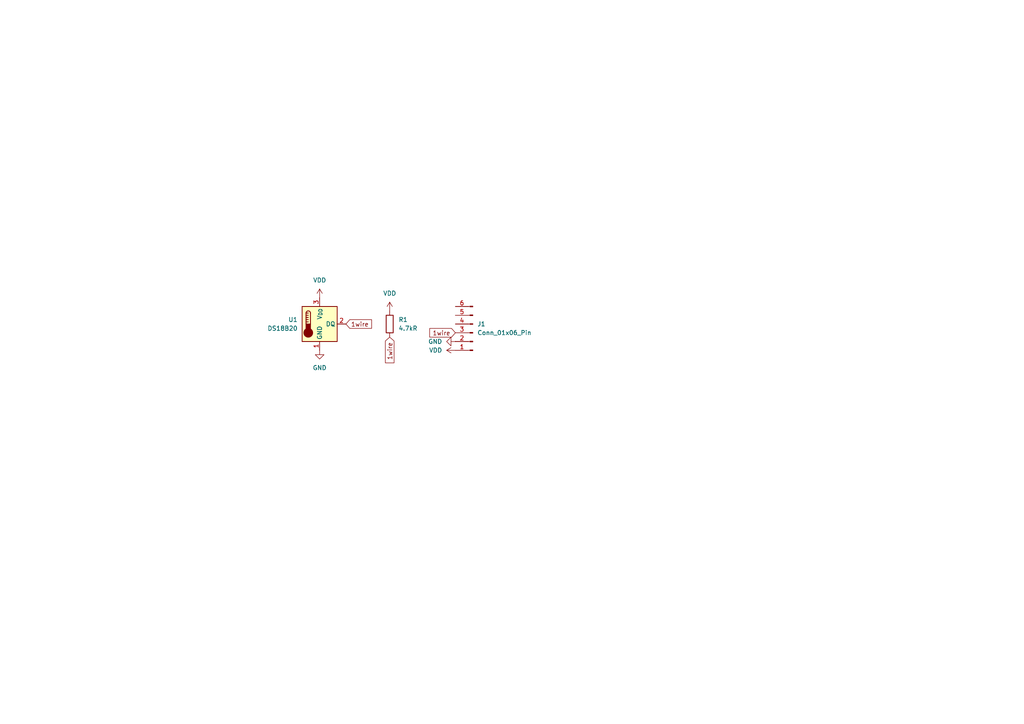
<source format=kicad_sch>
(kicad_sch
	(version 20250114)
	(generator "eeschema")
	(generator_version "9.0")
	(uuid "c7b5f5ba-a3a5-41ac-8d4c-ad3f1572fad6")
	(paper "A4")
	(lib_symbols
		(symbol "Connector:Conn_01x06_Pin"
			(pin_names
				(offset 1.016)
				(hide yes)
			)
			(exclude_from_sim no)
			(in_bom yes)
			(on_board yes)
			(property "Reference" "J"
				(at 0 7.62 0)
				(effects
					(font
						(size 1.27 1.27)
					)
				)
			)
			(property "Value" "Conn_01x06_Pin"
				(at 0 -10.16 0)
				(effects
					(font
						(size 1.27 1.27)
					)
				)
			)
			(property "Footprint" ""
				(at 0 0 0)
				(effects
					(font
						(size 1.27 1.27)
					)
					(hide yes)
				)
			)
			(property "Datasheet" "~"
				(at 0 0 0)
				(effects
					(font
						(size 1.27 1.27)
					)
					(hide yes)
				)
			)
			(property "Description" "Generic connector, single row, 01x06, script generated"
				(at 0 0 0)
				(effects
					(font
						(size 1.27 1.27)
					)
					(hide yes)
				)
			)
			(property "ki_locked" ""
				(at 0 0 0)
				(effects
					(font
						(size 1.27 1.27)
					)
				)
			)
			(property "ki_keywords" "connector"
				(at 0 0 0)
				(effects
					(font
						(size 1.27 1.27)
					)
					(hide yes)
				)
			)
			(property "ki_fp_filters" "Connector*:*_1x??_*"
				(at 0 0 0)
				(effects
					(font
						(size 1.27 1.27)
					)
					(hide yes)
				)
			)
			(symbol "Conn_01x06_Pin_1_1"
				(rectangle
					(start 0.8636 5.207)
					(end 0 4.953)
					(stroke
						(width 0.1524)
						(type default)
					)
					(fill
						(type outline)
					)
				)
				(rectangle
					(start 0.8636 2.667)
					(end 0 2.413)
					(stroke
						(width 0.1524)
						(type default)
					)
					(fill
						(type outline)
					)
				)
				(rectangle
					(start 0.8636 0.127)
					(end 0 -0.127)
					(stroke
						(width 0.1524)
						(type default)
					)
					(fill
						(type outline)
					)
				)
				(rectangle
					(start 0.8636 -2.413)
					(end 0 -2.667)
					(stroke
						(width 0.1524)
						(type default)
					)
					(fill
						(type outline)
					)
				)
				(rectangle
					(start 0.8636 -4.953)
					(end 0 -5.207)
					(stroke
						(width 0.1524)
						(type default)
					)
					(fill
						(type outline)
					)
				)
				(rectangle
					(start 0.8636 -7.493)
					(end 0 -7.747)
					(stroke
						(width 0.1524)
						(type default)
					)
					(fill
						(type outline)
					)
				)
				(polyline
					(pts
						(xy 1.27 5.08) (xy 0.8636 5.08)
					)
					(stroke
						(width 0.1524)
						(type default)
					)
					(fill
						(type none)
					)
				)
				(polyline
					(pts
						(xy 1.27 2.54) (xy 0.8636 2.54)
					)
					(stroke
						(width 0.1524)
						(type default)
					)
					(fill
						(type none)
					)
				)
				(polyline
					(pts
						(xy 1.27 0) (xy 0.8636 0)
					)
					(stroke
						(width 0.1524)
						(type default)
					)
					(fill
						(type none)
					)
				)
				(polyline
					(pts
						(xy 1.27 -2.54) (xy 0.8636 -2.54)
					)
					(stroke
						(width 0.1524)
						(type default)
					)
					(fill
						(type none)
					)
				)
				(polyline
					(pts
						(xy 1.27 -5.08) (xy 0.8636 -5.08)
					)
					(stroke
						(width 0.1524)
						(type default)
					)
					(fill
						(type none)
					)
				)
				(polyline
					(pts
						(xy 1.27 -7.62) (xy 0.8636 -7.62)
					)
					(stroke
						(width 0.1524)
						(type default)
					)
					(fill
						(type none)
					)
				)
				(pin passive line
					(at 5.08 5.08 180)
					(length 3.81)
					(name "Pin_1"
						(effects
							(font
								(size 1.27 1.27)
							)
						)
					)
					(number "1"
						(effects
							(font
								(size 1.27 1.27)
							)
						)
					)
				)
				(pin passive line
					(at 5.08 2.54 180)
					(length 3.81)
					(name "Pin_2"
						(effects
							(font
								(size 1.27 1.27)
							)
						)
					)
					(number "2"
						(effects
							(font
								(size 1.27 1.27)
							)
						)
					)
				)
				(pin passive line
					(at 5.08 0 180)
					(length 3.81)
					(name "Pin_3"
						(effects
							(font
								(size 1.27 1.27)
							)
						)
					)
					(number "3"
						(effects
							(font
								(size 1.27 1.27)
							)
						)
					)
				)
				(pin passive line
					(at 5.08 -2.54 180)
					(length 3.81)
					(name "Pin_4"
						(effects
							(font
								(size 1.27 1.27)
							)
						)
					)
					(number "4"
						(effects
							(font
								(size 1.27 1.27)
							)
						)
					)
				)
				(pin passive line
					(at 5.08 -5.08 180)
					(length 3.81)
					(name "Pin_5"
						(effects
							(font
								(size 1.27 1.27)
							)
						)
					)
					(number "5"
						(effects
							(font
								(size 1.27 1.27)
							)
						)
					)
				)
				(pin passive line
					(at 5.08 -7.62 180)
					(length 3.81)
					(name "Pin_6"
						(effects
							(font
								(size 1.27 1.27)
							)
						)
					)
					(number "6"
						(effects
							(font
								(size 1.27 1.27)
							)
						)
					)
				)
			)
			(embedded_fonts no)
		)
		(symbol "Device:R"
			(pin_numbers
				(hide yes)
			)
			(pin_names
				(offset 0)
			)
			(exclude_from_sim no)
			(in_bom yes)
			(on_board yes)
			(property "Reference" "R"
				(at 2.032 0 90)
				(effects
					(font
						(size 1.27 1.27)
					)
				)
			)
			(property "Value" "R"
				(at 0 0 90)
				(effects
					(font
						(size 1.27 1.27)
					)
				)
			)
			(property "Footprint" ""
				(at -1.778 0 90)
				(effects
					(font
						(size 1.27 1.27)
					)
					(hide yes)
				)
			)
			(property "Datasheet" "~"
				(at 0 0 0)
				(effects
					(font
						(size 1.27 1.27)
					)
					(hide yes)
				)
			)
			(property "Description" "Resistor"
				(at 0 0 0)
				(effects
					(font
						(size 1.27 1.27)
					)
					(hide yes)
				)
			)
			(property "ki_keywords" "R res resistor"
				(at 0 0 0)
				(effects
					(font
						(size 1.27 1.27)
					)
					(hide yes)
				)
			)
			(property "ki_fp_filters" "R_*"
				(at 0 0 0)
				(effects
					(font
						(size 1.27 1.27)
					)
					(hide yes)
				)
			)
			(symbol "R_0_1"
				(rectangle
					(start -1.016 -2.54)
					(end 1.016 2.54)
					(stroke
						(width 0.254)
						(type default)
					)
					(fill
						(type none)
					)
				)
			)
			(symbol "R_1_1"
				(pin passive line
					(at 0 3.81 270)
					(length 1.27)
					(name "~"
						(effects
							(font
								(size 1.27 1.27)
							)
						)
					)
					(number "1"
						(effects
							(font
								(size 1.27 1.27)
							)
						)
					)
				)
				(pin passive line
					(at 0 -3.81 90)
					(length 1.27)
					(name "~"
						(effects
							(font
								(size 1.27 1.27)
							)
						)
					)
					(number "2"
						(effects
							(font
								(size 1.27 1.27)
							)
						)
					)
				)
			)
			(embedded_fonts no)
		)
		(symbol "Sensor_Temperature:DS18B20"
			(exclude_from_sim no)
			(in_bom yes)
			(on_board yes)
			(property "Reference" "U"
				(at -3.81 6.35 0)
				(effects
					(font
						(size 1.27 1.27)
					)
				)
			)
			(property "Value" "DS18B20"
				(at 6.35 6.35 0)
				(effects
					(font
						(size 1.27 1.27)
					)
				)
			)
			(property "Footprint" "Package_TO_SOT_THT:TO-92_Inline"
				(at -25.4 -6.35 0)
				(effects
					(font
						(size 1.27 1.27)
					)
					(hide yes)
				)
			)
			(property "Datasheet" "http://datasheets.maximintegrated.com/en/ds/DS18B20.pdf"
				(at -3.81 6.35 0)
				(effects
					(font
						(size 1.27 1.27)
					)
					(hide yes)
				)
			)
			(property "Description" "Programmable Resolution 1-Wire Digital Thermometer TO-92"
				(at 0 0 0)
				(effects
					(font
						(size 1.27 1.27)
					)
					(hide yes)
				)
			)
			(property "ki_keywords" "OneWire 1Wire Dallas Maxim"
				(at 0 0 0)
				(effects
					(font
						(size 1.27 1.27)
					)
					(hide yes)
				)
			)
			(property "ki_fp_filters" "TO*92*"
				(at 0 0 0)
				(effects
					(font
						(size 1.27 1.27)
					)
					(hide yes)
				)
			)
			(symbol "DS18B20_0_1"
				(rectangle
					(start -5.08 5.08)
					(end 5.08 -5.08)
					(stroke
						(width 0.254)
						(type default)
					)
					(fill
						(type background)
					)
				)
				(polyline
					(pts
						(xy -3.937 3.175) (xy -3.937 0)
					)
					(stroke
						(width 0.254)
						(type default)
					)
					(fill
						(type none)
					)
				)
				(polyline
					(pts
						(xy -3.937 3.175) (xy -3.302 3.175)
					)
					(stroke
						(width 0.254)
						(type default)
					)
					(fill
						(type none)
					)
				)
				(polyline
					(pts
						(xy -3.937 2.54) (xy -3.302 2.54)
					)
					(stroke
						(width 0.254)
						(type default)
					)
					(fill
						(type none)
					)
				)
				(polyline
					(pts
						(xy -3.937 1.905) (xy -3.302 1.905)
					)
					(stroke
						(width 0.254)
						(type default)
					)
					(fill
						(type none)
					)
				)
				(polyline
					(pts
						(xy -3.937 1.27) (xy -3.302 1.27)
					)
					(stroke
						(width 0.254)
						(type default)
					)
					(fill
						(type none)
					)
				)
				(polyline
					(pts
						(xy -3.937 0.635) (xy -3.302 0.635)
					)
					(stroke
						(width 0.254)
						(type default)
					)
					(fill
						(type none)
					)
				)
				(arc
					(start -3.937 3.175)
					(mid -3.302 3.8073)
					(end -2.667 3.175)
					(stroke
						(width 0.254)
						(type default)
					)
					(fill
						(type none)
					)
				)
				(circle
					(center -3.302 -2.54)
					(radius 1.27)
					(stroke
						(width 0.254)
						(type default)
					)
					(fill
						(type outline)
					)
				)
				(polyline
					(pts
						(xy -2.667 3.175) (xy -2.667 0)
					)
					(stroke
						(width 0.254)
						(type default)
					)
					(fill
						(type none)
					)
				)
				(rectangle
					(start -2.667 -1.905)
					(end -3.937 0)
					(stroke
						(width 0.254)
						(type default)
					)
					(fill
						(type outline)
					)
				)
			)
			(symbol "DS18B20_1_1"
				(pin power_in line
					(at 0 7.62 270)
					(length 2.54)
					(name "V_{DD}"
						(effects
							(font
								(size 1.27 1.27)
							)
						)
					)
					(number "3"
						(effects
							(font
								(size 1.27 1.27)
							)
						)
					)
				)
				(pin power_in line
					(at 0 -7.62 90)
					(length 2.54)
					(name "GND"
						(effects
							(font
								(size 1.27 1.27)
							)
						)
					)
					(number "1"
						(effects
							(font
								(size 1.27 1.27)
							)
						)
					)
				)
				(pin bidirectional line
					(at 7.62 0 180)
					(length 2.54)
					(name "DQ"
						(effects
							(font
								(size 1.27 1.27)
							)
						)
					)
					(number "2"
						(effects
							(font
								(size 1.27 1.27)
							)
						)
					)
				)
			)
			(embedded_fonts no)
		)
		(symbol "power:GND"
			(power)
			(pin_numbers
				(hide yes)
			)
			(pin_names
				(offset 0)
				(hide yes)
			)
			(exclude_from_sim no)
			(in_bom yes)
			(on_board yes)
			(property "Reference" "#PWR"
				(at 0 -6.35 0)
				(effects
					(font
						(size 1.27 1.27)
					)
					(hide yes)
				)
			)
			(property "Value" "GND"
				(at 0 -3.81 0)
				(effects
					(font
						(size 1.27 1.27)
					)
				)
			)
			(property "Footprint" ""
				(at 0 0 0)
				(effects
					(font
						(size 1.27 1.27)
					)
					(hide yes)
				)
			)
			(property "Datasheet" ""
				(at 0 0 0)
				(effects
					(font
						(size 1.27 1.27)
					)
					(hide yes)
				)
			)
			(property "Description" "Power symbol creates a global label with name \"GND\" , ground"
				(at 0 0 0)
				(effects
					(font
						(size 1.27 1.27)
					)
					(hide yes)
				)
			)
			(property "ki_keywords" "global power"
				(at 0 0 0)
				(effects
					(font
						(size 1.27 1.27)
					)
					(hide yes)
				)
			)
			(symbol "GND_0_1"
				(polyline
					(pts
						(xy 0 0) (xy 0 -1.27) (xy 1.27 -1.27) (xy 0 -2.54) (xy -1.27 -1.27) (xy 0 -1.27)
					)
					(stroke
						(width 0)
						(type default)
					)
					(fill
						(type none)
					)
				)
			)
			(symbol "GND_1_1"
				(pin power_in line
					(at 0 0 270)
					(length 0)
					(name "~"
						(effects
							(font
								(size 1.27 1.27)
							)
						)
					)
					(number "1"
						(effects
							(font
								(size 1.27 1.27)
							)
						)
					)
				)
			)
			(embedded_fonts no)
		)
		(symbol "power:VDD"
			(power)
			(pin_numbers
				(hide yes)
			)
			(pin_names
				(offset 0)
				(hide yes)
			)
			(exclude_from_sim no)
			(in_bom yes)
			(on_board yes)
			(property "Reference" "#PWR"
				(at 0 -3.81 0)
				(effects
					(font
						(size 1.27 1.27)
					)
					(hide yes)
				)
			)
			(property "Value" "VDD"
				(at 0 3.556 0)
				(effects
					(font
						(size 1.27 1.27)
					)
				)
			)
			(property "Footprint" ""
				(at 0 0 0)
				(effects
					(font
						(size 1.27 1.27)
					)
					(hide yes)
				)
			)
			(property "Datasheet" ""
				(at 0 0 0)
				(effects
					(font
						(size 1.27 1.27)
					)
					(hide yes)
				)
			)
			(property "Description" "Power symbol creates a global label with name \"VDD\""
				(at 0 0 0)
				(effects
					(font
						(size 1.27 1.27)
					)
					(hide yes)
				)
			)
			(property "ki_keywords" "global power"
				(at 0 0 0)
				(effects
					(font
						(size 1.27 1.27)
					)
					(hide yes)
				)
			)
			(symbol "VDD_0_1"
				(polyline
					(pts
						(xy -0.762 1.27) (xy 0 2.54)
					)
					(stroke
						(width 0)
						(type default)
					)
					(fill
						(type none)
					)
				)
				(polyline
					(pts
						(xy 0 2.54) (xy 0.762 1.27)
					)
					(stroke
						(width 0)
						(type default)
					)
					(fill
						(type none)
					)
				)
				(polyline
					(pts
						(xy 0 0) (xy 0 2.54)
					)
					(stroke
						(width 0)
						(type default)
					)
					(fill
						(type none)
					)
				)
			)
			(symbol "VDD_1_1"
				(pin power_in line
					(at 0 0 90)
					(length 0)
					(name "~"
						(effects
							(font
								(size 1.27 1.27)
							)
						)
					)
					(number "1"
						(effects
							(font
								(size 1.27 1.27)
							)
						)
					)
				)
			)
			(embedded_fonts no)
		)
	)
	(global_label "1wire"
		(shape input)
		(at 132.08 96.52 180)
		(fields_autoplaced yes)
		(effects
			(font
				(size 1.27 1.27)
			)
			(justify right)
		)
		(uuid "26a9ddc0-4175-4109-9abc-76f336db9f34")
		(property "Intersheetrefs" "${INTERSHEET_REFS}"
			(at 124.0752 96.52 0)
			(effects
				(font
					(size 1.27 1.27)
				)
				(justify right)
				(hide yes)
			)
		)
	)
	(global_label "1wire"
		(shape input)
		(at 100.33 93.98 0)
		(fields_autoplaced yes)
		(effects
			(font
				(size 1.27 1.27)
			)
			(justify left)
		)
		(uuid "a0368034-d57b-4118-8553-aa6fc9930f1c")
		(property "Intersheetrefs" "${INTERSHEET_REFS}"
			(at 108.3348 93.98 0)
			(effects
				(font
					(size 1.27 1.27)
				)
				(justify left)
				(hide yes)
			)
		)
	)
	(global_label "1wire"
		(shape input)
		(at 113.03 97.79 270)
		(fields_autoplaced yes)
		(effects
			(font
				(size 1.27 1.27)
			)
			(justify right)
		)
		(uuid "d2ec496d-34b3-496c-bca4-d765b7a84ba0")
		(property "Intersheetrefs" "${INTERSHEET_REFS}"
			(at 113.03 105.7948 90)
			(effects
				(font
					(size 1.27 1.27)
				)
				(justify right)
				(hide yes)
			)
		)
	)
	(symbol
		(lib_id "power:VDD")
		(at 113.03 90.17 0)
		(unit 1)
		(exclude_from_sim no)
		(in_bom yes)
		(on_board yes)
		(dnp no)
		(fields_autoplaced yes)
		(uuid "236f689a-1e9c-4404-984e-8a3d3aa59b78")
		(property "Reference" "#PWR03"
			(at 113.03 93.98 0)
			(effects
				(font
					(size 1.27 1.27)
				)
				(hide yes)
			)
		)
		(property "Value" "VDD"
			(at 113.03 85.09 0)
			(effects
				(font
					(size 1.27 1.27)
				)
			)
		)
		(property "Footprint" ""
			(at 113.03 90.17 0)
			(effects
				(font
					(size 1.27 1.27)
				)
				(hide yes)
			)
		)
		(property "Datasheet" ""
			(at 113.03 90.17 0)
			(effects
				(font
					(size 1.27 1.27)
				)
				(hide yes)
			)
		)
		(property "Description" "Power symbol creates a global label with name \"VDD\""
			(at 113.03 90.17 0)
			(effects
				(font
					(size 1.27 1.27)
				)
				(hide yes)
			)
		)
		(pin "1"
			(uuid "0f7649f3-a44d-4df2-a59b-83f350b61861")
		)
		(instances
			(project "thermometer"
				(path "/c7b5f5ba-a3a5-41ac-8d4c-ad3f1572fad6"
					(reference "#PWR03")
					(unit 1)
				)
			)
		)
	)
	(symbol
		(lib_id "Connector:Conn_01x06_Pin")
		(at 137.16 96.52 180)
		(unit 1)
		(exclude_from_sim no)
		(in_bom yes)
		(on_board yes)
		(dnp no)
		(fields_autoplaced yes)
		(uuid "4059626d-f4ca-4fd8-a2d3-ed5fd32022bc")
		(property "Reference" "J1"
			(at 138.43 93.9799 0)
			(effects
				(font
					(size 1.27 1.27)
				)
				(justify right)
			)
		)
		(property "Value" "Conn_01x06_Pin"
			(at 138.43 96.5199 0)
			(effects
				(font
					(size 1.27 1.27)
				)
				(justify right)
			)
		)
		(property "Footprint" "Connector_PinHeader_2.54mm:PinHeader_1x06_P2.54mm_Horizontal"
			(at 137.16 96.52 0)
			(effects
				(font
					(size 1.27 1.27)
				)
				(hide yes)
			)
		)
		(property "Datasheet" "~"
			(at 137.16 96.52 0)
			(effects
				(font
					(size 1.27 1.27)
				)
				(hide yes)
			)
		)
		(property "Description" "Generic connector, single row, 01x06, script generated"
			(at 137.16 96.52 0)
			(effects
				(font
					(size 1.27 1.27)
				)
				(hide yes)
			)
		)
		(pin "4"
			(uuid "6b4d2d2b-7404-4724-969e-f2d4dbba74ec")
		)
		(pin "2"
			(uuid "7aab5ddb-7d6d-48f9-bdcc-0c150488d28e")
		)
		(pin "1"
			(uuid "4155a911-0b7f-4a52-9f7c-b8a278a959b8")
		)
		(pin "3"
			(uuid "ab69d942-060e-4027-b935-a1fcef201c21")
		)
		(pin "5"
			(uuid "76083cdd-9541-4c4d-ab85-9498ac959b59")
		)
		(pin "6"
			(uuid "50b141bb-5280-44f2-a913-cf7b65846842")
		)
		(instances
			(project ""
				(path "/c7b5f5ba-a3a5-41ac-8d4c-ad3f1572fad6"
					(reference "J1")
					(unit 1)
				)
			)
		)
	)
	(symbol
		(lib_id "Sensor_Temperature:DS18B20")
		(at 92.71 93.98 0)
		(unit 1)
		(exclude_from_sim no)
		(in_bom yes)
		(on_board yes)
		(dnp no)
		(fields_autoplaced yes)
		(uuid "781c0e29-9e83-44ad-97c7-b15ccd415d7f")
		(property "Reference" "U1"
			(at 86.36 92.7099 0)
			(effects
				(font
					(size 1.27 1.27)
				)
				(justify right)
			)
		)
		(property "Value" "DS18B20"
			(at 86.36 95.2499 0)
			(effects
				(font
					(size 1.27 1.27)
				)
				(justify right)
			)
		)
		(property "Footprint" "Package_TO_SOT_THT:TO-92_Inline_W4.0mm_Horizontal_FlatSideDown"
			(at 67.31 100.33 0)
			(effects
				(font
					(size 1.27 1.27)
				)
				(hide yes)
			)
		)
		(property "Datasheet" "http://datasheets.maximintegrated.com/en/ds/DS18B20.pdf"
			(at 88.9 87.63 0)
			(effects
				(font
					(size 1.27 1.27)
				)
				(hide yes)
			)
		)
		(property "Description" "Programmable Resolution 1-Wire Digital Thermometer TO-92"
			(at 92.71 93.98 0)
			(effects
				(font
					(size 1.27 1.27)
				)
				(hide yes)
			)
		)
		(pin "3"
			(uuid "e1a98b41-50b0-4df7-a664-443f1a8a99b9")
		)
		(pin "1"
			(uuid "cfa2888e-cf77-45a2-a4c2-f2465505d78f")
		)
		(pin "2"
			(uuid "358ccf30-a615-48ec-ad48-243a961d0795")
		)
		(instances
			(project ""
				(path "/c7b5f5ba-a3a5-41ac-8d4c-ad3f1572fad6"
					(reference "U1")
					(unit 1)
				)
			)
		)
	)
	(symbol
		(lib_id "power:VDD")
		(at 92.71 86.36 0)
		(unit 1)
		(exclude_from_sim no)
		(in_bom yes)
		(on_board yes)
		(dnp no)
		(fields_autoplaced yes)
		(uuid "81d3b3ef-f661-44b2-b3b9-54b552eb1601")
		(property "Reference" "#PWR01"
			(at 92.71 90.17 0)
			(effects
				(font
					(size 1.27 1.27)
				)
				(hide yes)
			)
		)
		(property "Value" "VDD"
			(at 92.71 81.28 0)
			(effects
				(font
					(size 1.27 1.27)
				)
			)
		)
		(property "Footprint" ""
			(at 92.71 86.36 0)
			(effects
				(font
					(size 1.27 1.27)
				)
				(hide yes)
			)
		)
		(property "Datasheet" ""
			(at 92.71 86.36 0)
			(effects
				(font
					(size 1.27 1.27)
				)
				(hide yes)
			)
		)
		(property "Description" "Power symbol creates a global label with name \"VDD\""
			(at 92.71 86.36 0)
			(effects
				(font
					(size 1.27 1.27)
				)
				(hide yes)
			)
		)
		(pin "1"
			(uuid "f1580a1c-6778-47e0-8849-fd0b5582b2d2")
		)
		(instances
			(project ""
				(path "/c7b5f5ba-a3a5-41ac-8d4c-ad3f1572fad6"
					(reference "#PWR01")
					(unit 1)
				)
			)
		)
	)
	(symbol
		(lib_id "power:GND")
		(at 92.71 101.6 0)
		(unit 1)
		(exclude_from_sim no)
		(in_bom yes)
		(on_board yes)
		(dnp no)
		(fields_autoplaced yes)
		(uuid "8f356d7a-1069-4eea-9c1c-c65e3768cc64")
		(property "Reference" "#PWR02"
			(at 92.71 107.95 0)
			(effects
				(font
					(size 1.27 1.27)
				)
				(hide yes)
			)
		)
		(property "Value" "GND"
			(at 92.71 106.68 0)
			(effects
				(font
					(size 1.27 1.27)
				)
			)
		)
		(property "Footprint" ""
			(at 92.71 101.6 0)
			(effects
				(font
					(size 1.27 1.27)
				)
				(hide yes)
			)
		)
		(property "Datasheet" ""
			(at 92.71 101.6 0)
			(effects
				(font
					(size 1.27 1.27)
				)
				(hide yes)
			)
		)
		(property "Description" "Power symbol creates a global label with name \"GND\" , ground"
			(at 92.71 101.6 0)
			(effects
				(font
					(size 1.27 1.27)
				)
				(hide yes)
			)
		)
		(pin "1"
			(uuid "128e023d-dcb7-459c-9c04-69e0adf31778")
		)
		(instances
			(project ""
				(path "/c7b5f5ba-a3a5-41ac-8d4c-ad3f1572fad6"
					(reference "#PWR02")
					(unit 1)
				)
			)
		)
	)
	(symbol
		(lib_id "power:VDD")
		(at 132.08 101.6 90)
		(unit 1)
		(exclude_from_sim no)
		(in_bom yes)
		(on_board yes)
		(dnp no)
		(fields_autoplaced yes)
		(uuid "90e4bf53-780e-4b02-86f7-2a36e31f54c5")
		(property "Reference" "#PWR04"
			(at 135.89 101.6 0)
			(effects
				(font
					(size 1.27 1.27)
				)
				(hide yes)
			)
		)
		(property "Value" "VDD"
			(at 128.27 101.5999 90)
			(effects
				(font
					(size 1.27 1.27)
				)
				(justify left)
			)
		)
		(property "Footprint" ""
			(at 132.08 101.6 0)
			(effects
				(font
					(size 1.27 1.27)
				)
				(hide yes)
			)
		)
		(property "Datasheet" ""
			(at 132.08 101.6 0)
			(effects
				(font
					(size 1.27 1.27)
				)
				(hide yes)
			)
		)
		(property "Description" "Power symbol creates a global label with name \"VDD\""
			(at 132.08 101.6 0)
			(effects
				(font
					(size 1.27 1.27)
				)
				(hide yes)
			)
		)
		(pin "1"
			(uuid "6813172e-032a-41c8-a6a9-a9a4557199b5")
		)
		(instances
			(project "thermometer"
				(path "/c7b5f5ba-a3a5-41ac-8d4c-ad3f1572fad6"
					(reference "#PWR04")
					(unit 1)
				)
			)
		)
	)
	(symbol
		(lib_id "power:GND")
		(at 132.08 99.06 270)
		(unit 1)
		(exclude_from_sim no)
		(in_bom yes)
		(on_board yes)
		(dnp no)
		(fields_autoplaced yes)
		(uuid "cf33206a-531f-4052-aa7a-5550200fa839")
		(property "Reference" "#PWR05"
			(at 125.73 99.06 0)
			(effects
				(font
					(size 1.27 1.27)
				)
				(hide yes)
			)
		)
		(property "Value" "GND"
			(at 128.27 99.0599 90)
			(effects
				(font
					(size 1.27 1.27)
				)
				(justify right)
			)
		)
		(property "Footprint" ""
			(at 132.08 99.06 0)
			(effects
				(font
					(size 1.27 1.27)
				)
				(hide yes)
			)
		)
		(property "Datasheet" ""
			(at 132.08 99.06 0)
			(effects
				(font
					(size 1.27 1.27)
				)
				(hide yes)
			)
		)
		(property "Description" "Power symbol creates a global label with name \"GND\" , ground"
			(at 132.08 99.06 0)
			(effects
				(font
					(size 1.27 1.27)
				)
				(hide yes)
			)
		)
		(pin "1"
			(uuid "95d548da-97c4-455d-9bc5-ec860abc3daf")
		)
		(instances
			(project "thermometer"
				(path "/c7b5f5ba-a3a5-41ac-8d4c-ad3f1572fad6"
					(reference "#PWR05")
					(unit 1)
				)
			)
		)
	)
	(symbol
		(lib_id "Device:R")
		(at 113.03 93.98 0)
		(unit 1)
		(exclude_from_sim no)
		(in_bom yes)
		(on_board yes)
		(dnp no)
		(fields_autoplaced yes)
		(uuid "ef014391-6c25-49f6-9ba1-480ef8c7446b")
		(property "Reference" "R1"
			(at 115.57 92.7099 0)
			(effects
				(font
					(size 1.27 1.27)
				)
				(justify left)
			)
		)
		(property "Value" "4.7kR"
			(at 115.57 95.2499 0)
			(effects
				(font
					(size 1.27 1.27)
				)
				(justify left)
			)
		)
		(property "Footprint" "Resistor_THT:R_Axial_DIN0207_L6.3mm_D2.5mm_P7.62mm_Horizontal"
			(at 111.252 93.98 90)
			(effects
				(font
					(size 1.27 1.27)
				)
				(hide yes)
			)
		)
		(property "Datasheet" "~"
			(at 113.03 93.98 0)
			(effects
				(font
					(size 1.27 1.27)
				)
				(hide yes)
			)
		)
		(property "Description" "Resistor"
			(at 113.03 93.98 0)
			(effects
				(font
					(size 1.27 1.27)
				)
				(hide yes)
			)
		)
		(pin "1"
			(uuid "993ea85f-59af-4b20-a994-1e4ed4dcba1b")
		)
		(pin "2"
			(uuid "8d5b6f16-7619-49a3-b815-b93cec8f566c")
		)
		(instances
			(project ""
				(path "/c7b5f5ba-a3a5-41ac-8d4c-ad3f1572fad6"
					(reference "R1")
					(unit 1)
				)
			)
		)
	)
	(sheet_instances
		(path "/"
			(page "1")
		)
	)
	(embedded_fonts no)
)

</source>
